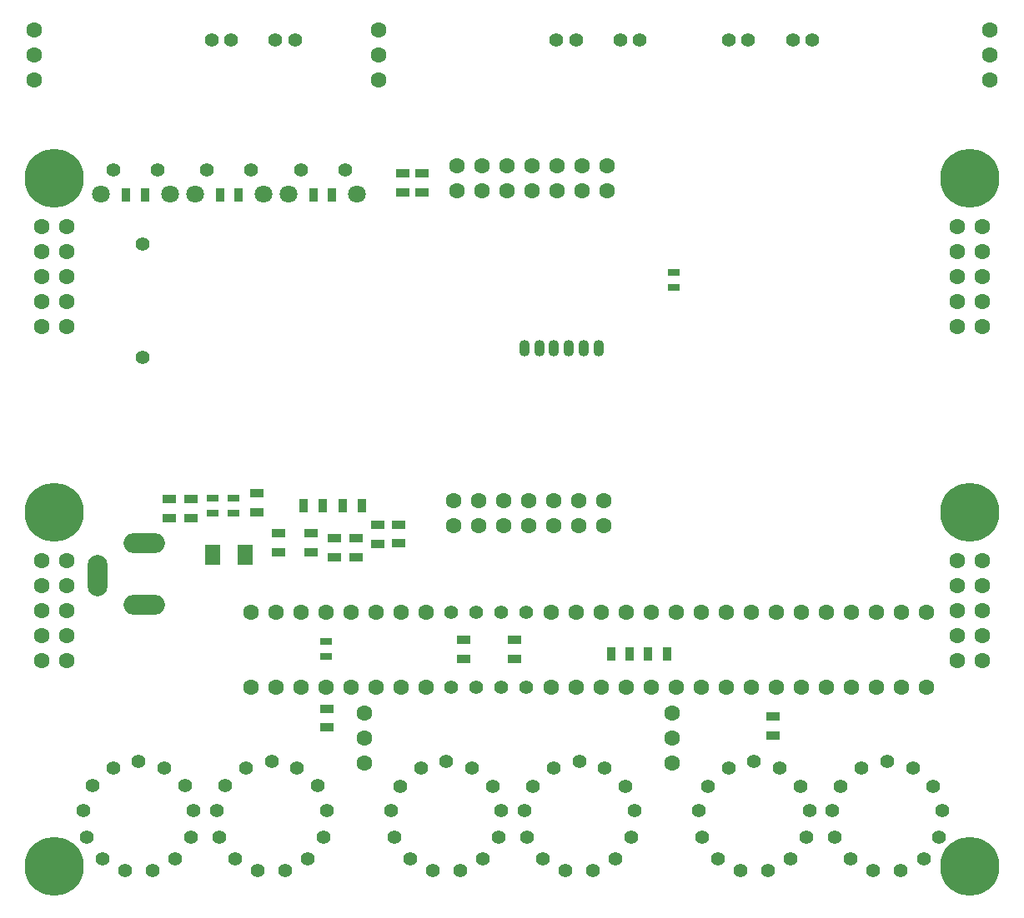
<source format=gbs>
G04 (created by PCBNEW (2013-07-07 BZR 4022)-stable) date 2014/09/08 2:10:32*
%MOIN*%
G04 Gerber Fmt 3.4, Leading zero omitted, Abs format*
%FSLAX34Y34*%
G01*
G70*
G90*
G04 APERTURE LIST*
%ADD10C,0.00590551*%
%ADD11C,0.0629921*%
%ADD12O,0.0787402X0.165354*%
%ADD13O,0.165354X0.0787402*%
%ADD14R,0.06X0.08*%
%ADD15R,0.055X0.035*%
%ADD16R,0.035X0.055*%
%ADD17R,0.045X0.025*%
%ADD18C,0.0551181*%
%ADD19O,0.0433071X0.0669291*%
%ADD20C,0.055*%
%ADD21C,0.23622*%
%ADD22C,0.0708661*%
G04 APERTURE END LIST*
G54D10*
G54D11*
X590Y32858D03*
X590Y33858D03*
X590Y34858D03*
X28258Y11541D03*
X27258Y11541D03*
X26258Y11541D03*
X25258Y11541D03*
X24258Y11541D03*
X23258Y11541D03*
X22258Y11541D03*
X21258Y11541D03*
X21258Y8541D03*
X22258Y8541D03*
X23258Y8541D03*
X24258Y8541D03*
X25258Y8541D03*
X26258Y8541D03*
X27258Y8541D03*
X28258Y8541D03*
G54D12*
X3110Y13031D03*
G54D13*
X5000Y14311D03*
X5000Y11850D03*
G54D14*
X7735Y13858D03*
X9035Y13858D03*
G54D15*
X30118Y6632D03*
X30118Y7382D03*
X14311Y14290D03*
X14311Y15040D03*
X9488Y15569D03*
X9488Y16319D03*
X5984Y16083D03*
X5984Y15333D03*
X13464Y13758D03*
X13464Y14508D03*
X12598Y13758D03*
X12598Y14508D03*
X10354Y14705D03*
X10354Y13955D03*
G54D16*
X13682Y15826D03*
X12932Y15826D03*
G54D15*
X12283Y6947D03*
X12283Y7697D03*
X15324Y29115D03*
X15324Y28365D03*
X16072Y29115D03*
X16072Y28365D03*
G54D16*
X25126Y9901D03*
X25876Y9901D03*
X4270Y28267D03*
X5020Y28267D03*
G54D15*
X17754Y9702D03*
X17754Y10452D03*
X19801Y9702D03*
X19801Y10452D03*
G54D16*
X8010Y28267D03*
X8760Y28267D03*
X11750Y28267D03*
X12500Y28267D03*
X24400Y9901D03*
X23650Y9901D03*
X11357Y15826D03*
X12107Y15826D03*
G54D17*
X8543Y15526D03*
X8543Y16126D03*
X7716Y15526D03*
X7716Y16126D03*
X12242Y10377D03*
X12242Y9777D03*
X26144Y24545D03*
X26144Y25145D03*
G54D18*
X10078Y5590D03*
X10629Y1220D03*
X11535Y1692D03*
X12165Y2559D03*
X12283Y3622D03*
X11929Y4606D03*
X11102Y5314D03*
X9055Y5314D03*
X8228Y4606D03*
X7874Y3622D03*
X7992Y2559D03*
X8622Y1692D03*
X9527Y1220D03*
X4763Y5590D03*
X5314Y1220D03*
X6220Y1692D03*
X6850Y2559D03*
X6968Y3622D03*
X6614Y4606D03*
X5787Y5314D03*
X3740Y5314D03*
X2913Y4606D03*
X2559Y3622D03*
X2677Y2559D03*
X3307Y1692D03*
X4212Y1220D03*
X17065Y5588D03*
X17616Y1218D03*
X18522Y1691D03*
X19151Y2557D03*
X19270Y3620D03*
X18915Y4604D03*
X18088Y5313D03*
X16041Y5313D03*
X15214Y4604D03*
X14860Y3620D03*
X14978Y2557D03*
X15608Y1691D03*
X16514Y1218D03*
X22380Y5588D03*
X22931Y1218D03*
X23837Y1691D03*
X24466Y2557D03*
X24585Y3620D03*
X24230Y4604D03*
X23403Y5313D03*
X21356Y5313D03*
X20529Y4604D03*
X20175Y3620D03*
X20293Y2557D03*
X20923Y1691D03*
X21829Y1218D03*
X29368Y5588D03*
X29919Y1218D03*
X30825Y1691D03*
X31455Y2557D03*
X31573Y3620D03*
X31218Y4604D03*
X30392Y5313D03*
X28344Y5313D03*
X27518Y4604D03*
X27163Y3620D03*
X27281Y2557D03*
X27911Y1691D03*
X28817Y1218D03*
X34683Y5588D03*
X35234Y1218D03*
X36140Y1691D03*
X36770Y2557D03*
X36888Y3620D03*
X36533Y4604D03*
X35707Y5313D03*
X33659Y5313D03*
X32833Y4604D03*
X32478Y3620D03*
X32596Y2557D03*
X33226Y1691D03*
X34132Y1218D03*
X7677Y34448D03*
X8464Y34448D03*
X10236Y34448D03*
X11023Y34448D03*
X31692Y34448D03*
X30905Y34448D03*
X29133Y34448D03*
X28346Y34448D03*
X4931Y21771D03*
X4931Y26299D03*
G54D19*
X23139Y22106D03*
X22549Y22106D03*
X21958Y22106D03*
X21368Y22106D03*
X20777Y22106D03*
X20187Y22106D03*
G54D11*
X38779Y32858D03*
X38779Y33858D03*
X38779Y34858D03*
X13779Y5535D03*
X13779Y6535D03*
X13779Y7535D03*
X26102Y5535D03*
X26102Y6535D03*
X26102Y7535D03*
G54D20*
X18258Y11541D03*
X17258Y11541D03*
X17258Y8541D03*
X18258Y8541D03*
X20258Y11541D03*
X19258Y11541D03*
X19258Y8541D03*
X20258Y8541D03*
G54D11*
X37492Y27000D03*
X37492Y26000D03*
X37492Y25000D03*
X37492Y24000D03*
X37492Y23000D03*
X38492Y23000D03*
X38492Y24000D03*
X38492Y25000D03*
X38492Y26000D03*
X38492Y27000D03*
X877Y27000D03*
X877Y26000D03*
X877Y25000D03*
X877Y24000D03*
X877Y23000D03*
X1877Y23000D03*
X1877Y24000D03*
X1877Y25000D03*
X1877Y26000D03*
X1877Y27000D03*
X37492Y13614D03*
X37492Y12614D03*
X37492Y11614D03*
X37492Y10614D03*
X37492Y9614D03*
X38492Y9614D03*
X38492Y10614D03*
X38492Y11614D03*
X38492Y12614D03*
X38492Y13614D03*
X877Y13614D03*
X877Y12614D03*
X877Y11614D03*
X877Y10614D03*
X877Y9614D03*
X1877Y9614D03*
X1877Y10614D03*
X1877Y11614D03*
X1877Y12614D03*
X1877Y13614D03*
X16258Y11541D03*
X15258Y11541D03*
X14258Y11541D03*
X13258Y11541D03*
X12258Y11541D03*
X11258Y11541D03*
X10258Y11541D03*
X9258Y11541D03*
X9258Y8541D03*
X10258Y8541D03*
X11258Y8541D03*
X12258Y8541D03*
X13258Y8541D03*
X14258Y8541D03*
X15258Y8541D03*
X16258Y8541D03*
X36258Y11541D03*
X35258Y11541D03*
X34258Y11541D03*
X33258Y11541D03*
X32258Y11541D03*
X31258Y11541D03*
X30258Y11541D03*
X29258Y11541D03*
X29258Y8541D03*
X30258Y8541D03*
X31258Y8541D03*
X32258Y8541D03*
X33258Y8541D03*
X34258Y8541D03*
X35258Y8541D03*
X36258Y8541D03*
G54D21*
X37992Y1377D03*
X37992Y28937D03*
X1377Y28937D03*
X1377Y1377D03*
X1377Y15551D03*
X37992Y15551D03*
G54D18*
X5531Y29271D03*
X3759Y29271D03*
G54D22*
X3267Y28287D03*
X6023Y28287D03*
G54D18*
X9271Y29271D03*
X7500Y29271D03*
G54D22*
X7007Y28287D03*
X9763Y28287D03*
G54D18*
X13011Y29271D03*
X11240Y29271D03*
G54D22*
X10748Y28287D03*
X13503Y28287D03*
G54D15*
X15157Y15060D03*
X15157Y14310D03*
X6850Y15333D03*
X6850Y16083D03*
X11653Y14705D03*
X11653Y13955D03*
G54D11*
X17482Y28437D03*
X18482Y28437D03*
X19482Y28437D03*
X20482Y28437D03*
X21482Y28437D03*
X22482Y28437D03*
X23482Y28437D03*
X23482Y29437D03*
X22482Y29437D03*
X21482Y29437D03*
X20482Y29437D03*
X19482Y29437D03*
X18482Y29437D03*
X17482Y29437D03*
X17364Y15011D03*
X18364Y15011D03*
X19364Y15011D03*
X20364Y15011D03*
X21364Y15011D03*
X22364Y15011D03*
X23364Y15011D03*
X23364Y16011D03*
X22364Y16011D03*
X21364Y16011D03*
X20364Y16011D03*
X19364Y16011D03*
X18364Y16011D03*
X17364Y16011D03*
G54D18*
X21456Y34448D03*
X22244Y34448D03*
X24015Y34448D03*
X24803Y34448D03*
G54D11*
X14370Y32858D03*
X14370Y33858D03*
X14370Y34858D03*
M02*

</source>
